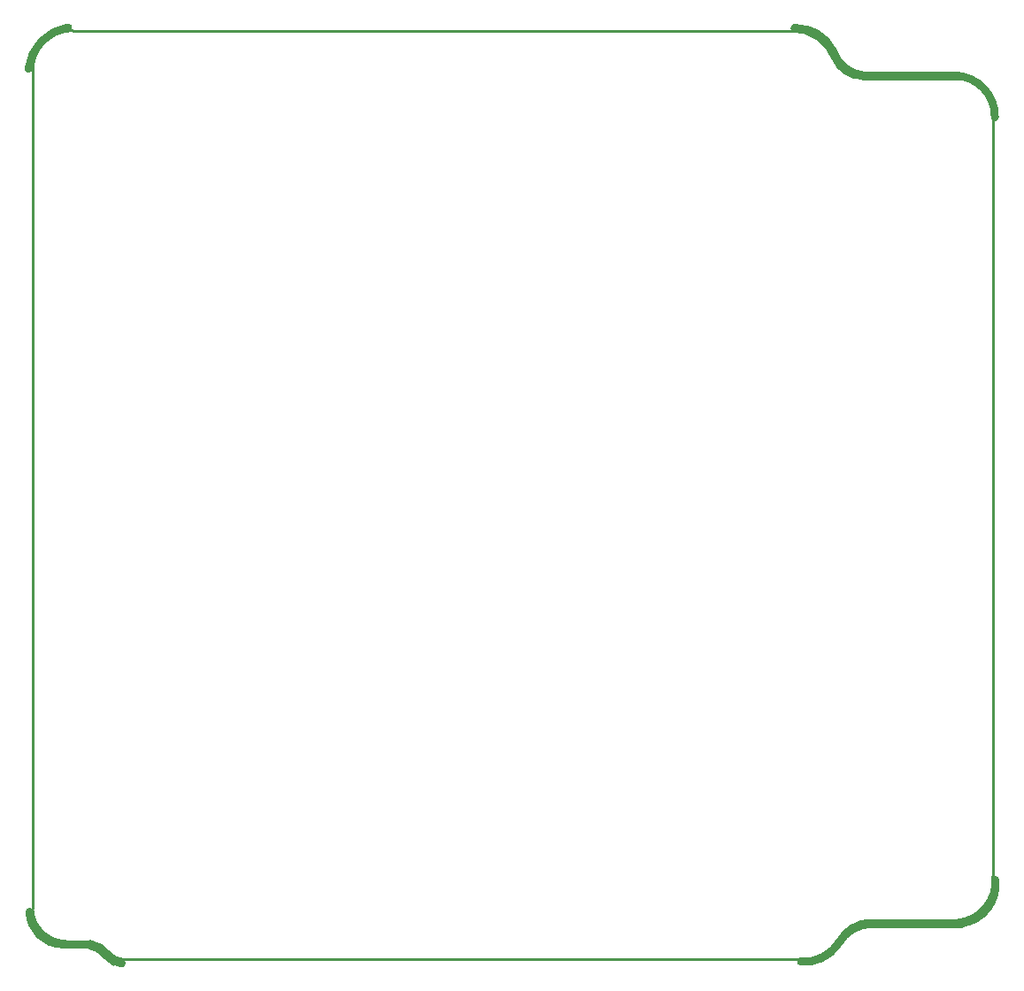
<source format=gko>
G04*
G04 #@! TF.GenerationSoftware,Altium Limited,Altium Designer,18.1.7 (191)*
G04*
G04 Layer_Color=16711935*
%FSLAX44Y44*%
%MOMM*%
G71*
G01*
G75*
%ADD10C,0.2540*%
%ADD113C,0.7620*%
D10*
X702557Y1708122D02*
G03*
X664582Y1668607I770J-38746D01*
G01*
X738861Y825130D02*
G03*
X719290Y836880I-24506J-18644D01*
G01*
X664540Y867880D02*
G03*
X696040Y836880I31250J250D01*
G01*
X1398160Y819601D02*
G03*
X1434854Y838406I3386J38595D01*
G01*
X1464700Y856880D02*
G03*
X1434854Y838406I2717J-37735D01*
G01*
X1549900Y856900D02*
G03*
X1583004Y898255I-4010J37137D01*
G01*
X1583290Y1629930D02*
G03*
X1552290Y1662380I-31725J725D01*
G01*
X738861Y825130D02*
G03*
X751790Y819338I12730J11092D01*
G01*
X1430265Y1680988D02*
G03*
X1457587Y1662380I27448J10941D01*
G01*
X1430485Y1680238D02*
G03*
X1390479Y1707838I-39343J-14232D01*
G01*
X664540Y867880D02*
Y1669377D01*
X702790Y1708130D02*
X1391142D01*
X696040Y836880D02*
X719290D01*
X1464700Y856880D02*
X1550840D01*
X1457714Y1662380D02*
X1552290D01*
X1583069Y896579D02*
Y1630656D01*
X751790Y819338D02*
X1405300D01*
D113*
X736871Y821292D02*
G03*
X749800Y815500I12730J11092D01*
G01*
X736021Y822050D02*
G03*
X716450Y833800I-24506J-18645D01*
G01*
X661700Y864800D02*
G03*
X693200Y833800I31250J250D01*
G01*
X1399635Y817090D02*
G03*
X1434500Y833100I3386J38595D01*
G01*
X1465446Y853274D02*
G03*
X1435600Y834800I2717J-37735D01*
G01*
X1552500Y853800D02*
G03*
X1585605Y895154I-4009J37137D01*
G01*
X698476Y1711115D02*
G03*
X660500Y1671600I7339J-45059D01*
G01*
X1585115Y1625143D02*
G03*
X1547068Y1664970I-38937J890D01*
G01*
X1430425Y1688580D02*
G03*
X1460300Y1665080I32270J10284D01*
G01*
X1430122Y1688901D02*
G03*
X1393400Y1710700I-35278J-17599D01*
G01*
X693200Y833800D02*
X716450D01*
X1466360Y853800D02*
X1552500D01*
X1460300Y1665080D02*
X1550278D01*
M02*

</source>
